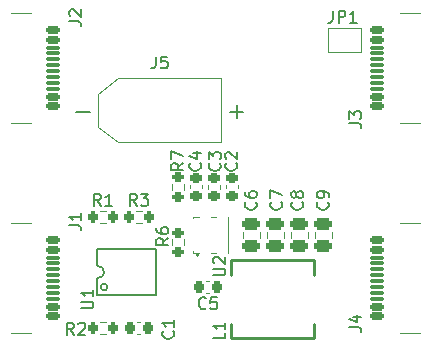
<source format=gbr>
%TF.GenerationSoftware,KiCad,Pcbnew,7.0.10*%
%TF.CreationDate,2024-02-21T00:47:17-06:00*%
%TF.ProjectId,Power-Module,506f7765-722d-44d6-9f64-756c652e6b69,rev?*%
%TF.SameCoordinates,Original*%
%TF.FileFunction,Legend,Top*%
%TF.FilePolarity,Positive*%
%FSLAX46Y46*%
G04 Gerber Fmt 4.6, Leading zero omitted, Abs format (unit mm)*
G04 Created by KiCad (PCBNEW 7.0.10) date 2024-02-21 00:47:17*
%MOMM*%
%LPD*%
G01*
G04 APERTURE LIST*
G04 Aperture macros list*
%AMRoundRect*
0 Rectangle with rounded corners*
0 $1 Rounding radius*
0 $2 $3 $4 $5 $6 $7 $8 $9 X,Y pos of 4 corners*
0 Add a 4 corners polygon primitive as box body*
4,1,4,$2,$3,$4,$5,$6,$7,$8,$9,$2,$3,0*
0 Add four circle primitives for the rounded corners*
1,1,$1+$1,$2,$3*
1,1,$1+$1,$4,$5*
1,1,$1+$1,$6,$7*
1,1,$1+$1,$8,$9*
0 Add four rect primitives between the rounded corners*
20,1,$1+$1,$2,$3,$4,$5,0*
20,1,$1+$1,$4,$5,$6,$7,0*
20,1,$1+$1,$6,$7,$8,$9,0*
20,1,$1+$1,$8,$9,$2,$3,0*%
%AMFreePoly0*
4,1,7,1.730000,-0.250000,0.800000,-0.250000,0.800000,-0.550000,-0.220000,-0.550000,-0.220000,0.150000,1.730000,0.150000,1.730000,-0.250000,1.730000,-0.250000,$1*%
%AMFreePoly1*
4,1,9,0.465000,0.195000,0.465000,-0.045000,0.165000,-0.345000,-0.325000,-0.345000,-0.635000,-0.045000,-0.635000,0.195000,-0.325000,0.505000,0.165000,0.505000,0.465000,0.195000,0.465000,0.195000,$1*%
%AMFreePoly2*
4,1,7,0.370000,0.275000,1.300000,0.275000,1.300000,-0.175000,-0.650000,-0.175000,-0.650000,0.575000,0.370000,0.575000,0.370000,0.275000,0.370000,0.275000,$1*%
G04 Aperture macros list end*
%ADD10C,0.150000*%
%ADD11C,0.120000*%
%ADD12C,0.250000*%
%ADD13C,0.100000*%
%ADD14C,4.000000*%
%ADD15R,3.800000X3.800000*%
%ADD16R,3.300000X2.100000*%
%ADD17R,0.600000X1.500000*%
%ADD18C,3.200000*%
%ADD19R,1.000000X1.500000*%
%ADD20RoundRect,0.200000X0.200000X0.275000X-0.200000X0.275000X-0.200000X-0.275000X0.200000X-0.275000X0*%
%ADD21R,2.400000X3.200000*%
%ADD22RoundRect,0.250000X0.475000X-0.250000X0.475000X0.250000X-0.475000X0.250000X-0.475000X-0.250000X0*%
%ADD23RoundRect,0.225000X-0.225000X-0.250000X0.225000X-0.250000X0.225000X0.250000X-0.225000X0.250000X0*%
%ADD24RoundRect,0.225000X0.250000X-0.225000X0.250000X0.225000X-0.250000X0.225000X-0.250000X-0.225000X0*%
%ADD25O,1.800000X1.000000*%
%ADD26O,2.100000X1.000000*%
%ADD27RoundRect,0.150000X-0.425000X0.150000X-0.425000X-0.150000X0.425000X-0.150000X0.425000X0.150000X0*%
%ADD28RoundRect,0.075000X-0.500000X0.075000X-0.500000X-0.075000X0.500000X-0.075000X0.500000X0.075000X0*%
%ADD29C,0.650000*%
%ADD30FreePoly0,90.000000*%
%ADD31FreePoly1,90.000000*%
%ADD32FreePoly2,90.000000*%
%ADD33R,0.750000X1.100000*%
%ADD34R,0.260000X1.100000*%
%ADD35R,0.600000X0.250000*%
%ADD36RoundRect,0.150000X0.425000X-0.150000X0.425000X0.150000X-0.425000X0.150000X-0.425000X-0.150000X0*%
%ADD37RoundRect,0.075000X0.500000X-0.075000X0.500000X0.075000X-0.500000X0.075000X-0.500000X-0.075000X0*%
%ADD38RoundRect,0.200000X0.275000X-0.200000X0.275000X0.200000X-0.275000X0.200000X-0.275000X-0.200000X0*%
%ADD39RoundRect,0.200000X-0.200000X-0.275000X0.200000X-0.275000X0.200000X0.275000X-0.200000X0.275000X0*%
G04 APERTURE END LIST*
D10*
X141398666Y-80290819D02*
X141398666Y-81005104D01*
X141398666Y-81005104D02*
X141351047Y-81147961D01*
X141351047Y-81147961D02*
X141255809Y-81243200D01*
X141255809Y-81243200D02*
X141112952Y-81290819D01*
X141112952Y-81290819D02*
X141017714Y-81290819D01*
X142351047Y-80290819D02*
X141874857Y-80290819D01*
X141874857Y-80290819D02*
X141827238Y-80767009D01*
X141827238Y-80767009D02*
X141874857Y-80719390D01*
X141874857Y-80719390D02*
X141970095Y-80671771D01*
X141970095Y-80671771D02*
X142208190Y-80671771D01*
X142208190Y-80671771D02*
X142303428Y-80719390D01*
X142303428Y-80719390D02*
X142351047Y-80767009D01*
X142351047Y-80767009D02*
X142398666Y-80862247D01*
X142398666Y-80862247D02*
X142398666Y-81100342D01*
X142398666Y-81100342D02*
X142351047Y-81195580D01*
X142351047Y-81195580D02*
X142303428Y-81243200D01*
X142303428Y-81243200D02*
X142208190Y-81290819D01*
X142208190Y-81290819D02*
X141970095Y-81290819D01*
X141970095Y-81290819D02*
X141874857Y-81243200D01*
X141874857Y-81243200D02*
X141827238Y-81195580D01*
X134660571Y-84950700D02*
X135803429Y-84950700D01*
X147660571Y-84950700D02*
X148803429Y-84950700D01*
X148232000Y-85522128D02*
X148232000Y-84379271D01*
X135090819Y-101599904D02*
X135900342Y-101599904D01*
X135900342Y-101599904D02*
X135995580Y-101552285D01*
X135995580Y-101552285D02*
X136043200Y-101504666D01*
X136043200Y-101504666D02*
X136090819Y-101409428D01*
X136090819Y-101409428D02*
X136090819Y-101218952D01*
X136090819Y-101218952D02*
X136043200Y-101123714D01*
X136043200Y-101123714D02*
X135995580Y-101076095D01*
X135995580Y-101076095D02*
X135900342Y-101028476D01*
X135900342Y-101028476D02*
X135090819Y-101028476D01*
X136090819Y-100028476D02*
X136090819Y-100599904D01*
X136090819Y-100314190D02*
X135090819Y-100314190D01*
X135090819Y-100314190D02*
X135233676Y-100409428D01*
X135233676Y-100409428D02*
X135328914Y-100504666D01*
X135328914Y-100504666D02*
X135376533Y-100599904D01*
X156392666Y-76416819D02*
X156392666Y-77131104D01*
X156392666Y-77131104D02*
X156345047Y-77273961D01*
X156345047Y-77273961D02*
X156249809Y-77369200D01*
X156249809Y-77369200D02*
X156106952Y-77416819D01*
X156106952Y-77416819D02*
X156011714Y-77416819D01*
X156868857Y-77416819D02*
X156868857Y-76416819D01*
X156868857Y-76416819D02*
X157249809Y-76416819D01*
X157249809Y-76416819D02*
X157345047Y-76464438D01*
X157345047Y-76464438D02*
X157392666Y-76512057D01*
X157392666Y-76512057D02*
X157440285Y-76607295D01*
X157440285Y-76607295D02*
X157440285Y-76750152D01*
X157440285Y-76750152D02*
X157392666Y-76845390D01*
X157392666Y-76845390D02*
X157345047Y-76893009D01*
X157345047Y-76893009D02*
X157249809Y-76940628D01*
X157249809Y-76940628D02*
X156868857Y-76940628D01*
X158392666Y-77416819D02*
X157821238Y-77416819D01*
X158106952Y-77416819D02*
X158106952Y-76416819D01*
X158106952Y-76416819D02*
X158011714Y-76559676D01*
X158011714Y-76559676D02*
X157916476Y-76654914D01*
X157916476Y-76654914D02*
X157821238Y-76702533D01*
X136739333Y-92910819D02*
X136406000Y-92434628D01*
X136167905Y-92910819D02*
X136167905Y-91910819D01*
X136167905Y-91910819D02*
X136548857Y-91910819D01*
X136548857Y-91910819D02*
X136644095Y-91958438D01*
X136644095Y-91958438D02*
X136691714Y-92006057D01*
X136691714Y-92006057D02*
X136739333Y-92101295D01*
X136739333Y-92101295D02*
X136739333Y-92244152D01*
X136739333Y-92244152D02*
X136691714Y-92339390D01*
X136691714Y-92339390D02*
X136644095Y-92387009D01*
X136644095Y-92387009D02*
X136548857Y-92434628D01*
X136548857Y-92434628D02*
X136167905Y-92434628D01*
X137691714Y-92910819D02*
X137120286Y-92910819D01*
X137406000Y-92910819D02*
X137406000Y-91910819D01*
X137406000Y-91910819D02*
X137310762Y-92053676D01*
X137310762Y-92053676D02*
X137215524Y-92148914D01*
X137215524Y-92148914D02*
X137120286Y-92196533D01*
X147266819Y-103671666D02*
X147266819Y-104147856D01*
X147266819Y-104147856D02*
X146266819Y-104147856D01*
X147266819Y-102814523D02*
X147266819Y-103385951D01*
X147266819Y-103100237D02*
X146266819Y-103100237D01*
X146266819Y-103100237D02*
X146409676Y-103195475D01*
X146409676Y-103195475D02*
X146504914Y-103290713D01*
X146504914Y-103290713D02*
X146552533Y-103385951D01*
X151997580Y-92622666D02*
X152045200Y-92670285D01*
X152045200Y-92670285D02*
X152092819Y-92813142D01*
X152092819Y-92813142D02*
X152092819Y-92908380D01*
X152092819Y-92908380D02*
X152045200Y-93051237D01*
X152045200Y-93051237D02*
X151949961Y-93146475D01*
X151949961Y-93146475D02*
X151854723Y-93194094D01*
X151854723Y-93194094D02*
X151664247Y-93241713D01*
X151664247Y-93241713D02*
X151521390Y-93241713D01*
X151521390Y-93241713D02*
X151330914Y-93194094D01*
X151330914Y-93194094D02*
X151235676Y-93146475D01*
X151235676Y-93146475D02*
X151140438Y-93051237D01*
X151140438Y-93051237D02*
X151092819Y-92908380D01*
X151092819Y-92908380D02*
X151092819Y-92813142D01*
X151092819Y-92813142D02*
X151140438Y-92670285D01*
X151140438Y-92670285D02*
X151188057Y-92622666D01*
X151092819Y-92289332D02*
X151092819Y-91622666D01*
X151092819Y-91622666D02*
X152092819Y-92051237D01*
X145629333Y-101578580D02*
X145581714Y-101626200D01*
X145581714Y-101626200D02*
X145438857Y-101673819D01*
X145438857Y-101673819D02*
X145343619Y-101673819D01*
X145343619Y-101673819D02*
X145200762Y-101626200D01*
X145200762Y-101626200D02*
X145105524Y-101530961D01*
X145105524Y-101530961D02*
X145057905Y-101435723D01*
X145057905Y-101435723D02*
X145010286Y-101245247D01*
X145010286Y-101245247D02*
X145010286Y-101102390D01*
X145010286Y-101102390D02*
X145057905Y-100911914D01*
X145057905Y-100911914D02*
X145105524Y-100816676D01*
X145105524Y-100816676D02*
X145200762Y-100721438D01*
X145200762Y-100721438D02*
X145343619Y-100673819D01*
X145343619Y-100673819D02*
X145438857Y-100673819D01*
X145438857Y-100673819D02*
X145581714Y-100721438D01*
X145581714Y-100721438D02*
X145629333Y-100769057D01*
X146534095Y-100673819D02*
X146057905Y-100673819D01*
X146057905Y-100673819D02*
X146010286Y-101150009D01*
X146010286Y-101150009D02*
X146057905Y-101102390D01*
X146057905Y-101102390D02*
X146153143Y-101054771D01*
X146153143Y-101054771D02*
X146391238Y-101054771D01*
X146391238Y-101054771D02*
X146486476Y-101102390D01*
X146486476Y-101102390D02*
X146534095Y-101150009D01*
X146534095Y-101150009D02*
X146581714Y-101245247D01*
X146581714Y-101245247D02*
X146581714Y-101483342D01*
X146581714Y-101483342D02*
X146534095Y-101578580D01*
X146534095Y-101578580D02*
X146486476Y-101626200D01*
X146486476Y-101626200D02*
X146391238Y-101673819D01*
X146391238Y-101673819D02*
X146153143Y-101673819D01*
X146153143Y-101673819D02*
X146057905Y-101626200D01*
X146057905Y-101626200D02*
X146010286Y-101578580D01*
X148187580Y-89320666D02*
X148235200Y-89368285D01*
X148235200Y-89368285D02*
X148282819Y-89511142D01*
X148282819Y-89511142D02*
X148282819Y-89606380D01*
X148282819Y-89606380D02*
X148235200Y-89749237D01*
X148235200Y-89749237D02*
X148139961Y-89844475D01*
X148139961Y-89844475D02*
X148044723Y-89892094D01*
X148044723Y-89892094D02*
X147854247Y-89939713D01*
X147854247Y-89939713D02*
X147711390Y-89939713D01*
X147711390Y-89939713D02*
X147520914Y-89892094D01*
X147520914Y-89892094D02*
X147425676Y-89844475D01*
X147425676Y-89844475D02*
X147330438Y-89749237D01*
X147330438Y-89749237D02*
X147282819Y-89606380D01*
X147282819Y-89606380D02*
X147282819Y-89511142D01*
X147282819Y-89511142D02*
X147330438Y-89368285D01*
X147330438Y-89368285D02*
X147378057Y-89320666D01*
X147378057Y-88939713D02*
X147330438Y-88892094D01*
X147330438Y-88892094D02*
X147282819Y-88796856D01*
X147282819Y-88796856D02*
X147282819Y-88558761D01*
X147282819Y-88558761D02*
X147330438Y-88463523D01*
X147330438Y-88463523D02*
X147378057Y-88415904D01*
X147378057Y-88415904D02*
X147473295Y-88368285D01*
X147473295Y-88368285D02*
X147568533Y-88368285D01*
X147568533Y-88368285D02*
X147711390Y-88415904D01*
X147711390Y-88415904D02*
X148282819Y-88987332D01*
X148282819Y-88987332D02*
X148282819Y-88368285D01*
X134074819Y-77295333D02*
X134789104Y-77295333D01*
X134789104Y-77295333D02*
X134931961Y-77342952D01*
X134931961Y-77342952D02*
X135027200Y-77438190D01*
X135027200Y-77438190D02*
X135074819Y-77581047D01*
X135074819Y-77581047D02*
X135074819Y-77676285D01*
X134170057Y-76866761D02*
X134122438Y-76819142D01*
X134122438Y-76819142D02*
X134074819Y-76723904D01*
X134074819Y-76723904D02*
X134074819Y-76485809D01*
X134074819Y-76485809D02*
X134122438Y-76390571D01*
X134122438Y-76390571D02*
X134170057Y-76342952D01*
X134170057Y-76342952D02*
X134265295Y-76295333D01*
X134265295Y-76295333D02*
X134360533Y-76295333D01*
X134360533Y-76295333D02*
X134503390Y-76342952D01*
X134503390Y-76342952D02*
X135074819Y-76914380D01*
X135074819Y-76914380D02*
X135074819Y-76295333D01*
X146266819Y-98805904D02*
X147076342Y-98805904D01*
X147076342Y-98805904D02*
X147171580Y-98758285D01*
X147171580Y-98758285D02*
X147219200Y-98710666D01*
X147219200Y-98710666D02*
X147266819Y-98615428D01*
X147266819Y-98615428D02*
X147266819Y-98424952D01*
X147266819Y-98424952D02*
X147219200Y-98329714D01*
X147219200Y-98329714D02*
X147171580Y-98282095D01*
X147171580Y-98282095D02*
X147076342Y-98234476D01*
X147076342Y-98234476D02*
X146266819Y-98234476D01*
X146362057Y-97805904D02*
X146314438Y-97758285D01*
X146314438Y-97758285D02*
X146266819Y-97663047D01*
X146266819Y-97663047D02*
X146266819Y-97424952D01*
X146266819Y-97424952D02*
X146314438Y-97329714D01*
X146314438Y-97329714D02*
X146362057Y-97282095D01*
X146362057Y-97282095D02*
X146457295Y-97234476D01*
X146457295Y-97234476D02*
X146552533Y-97234476D01*
X146552533Y-97234476D02*
X146695390Y-97282095D01*
X146695390Y-97282095D02*
X147266819Y-97853523D01*
X147266819Y-97853523D02*
X147266819Y-97234476D01*
X157784819Y-85931333D02*
X158499104Y-85931333D01*
X158499104Y-85931333D02*
X158641961Y-85978952D01*
X158641961Y-85978952D02*
X158737200Y-86074190D01*
X158737200Y-86074190D02*
X158784819Y-86217047D01*
X158784819Y-86217047D02*
X158784819Y-86312285D01*
X157784819Y-85550380D02*
X157784819Y-84931333D01*
X157784819Y-84931333D02*
X158165771Y-85264666D01*
X158165771Y-85264666D02*
X158165771Y-85121809D01*
X158165771Y-85121809D02*
X158213390Y-85026571D01*
X158213390Y-85026571D02*
X158261009Y-84978952D01*
X158261009Y-84978952D02*
X158356247Y-84931333D01*
X158356247Y-84931333D02*
X158594342Y-84931333D01*
X158594342Y-84931333D02*
X158689580Y-84978952D01*
X158689580Y-84978952D02*
X158737200Y-85026571D01*
X158737200Y-85026571D02*
X158784819Y-85121809D01*
X158784819Y-85121809D02*
X158784819Y-85407523D01*
X158784819Y-85407523D02*
X158737200Y-85502761D01*
X158737200Y-85502761D02*
X158689580Y-85550380D01*
X146790580Y-89333666D02*
X146838200Y-89381285D01*
X146838200Y-89381285D02*
X146885819Y-89524142D01*
X146885819Y-89524142D02*
X146885819Y-89619380D01*
X146885819Y-89619380D02*
X146838200Y-89762237D01*
X146838200Y-89762237D02*
X146742961Y-89857475D01*
X146742961Y-89857475D02*
X146647723Y-89905094D01*
X146647723Y-89905094D02*
X146457247Y-89952713D01*
X146457247Y-89952713D02*
X146314390Y-89952713D01*
X146314390Y-89952713D02*
X146123914Y-89905094D01*
X146123914Y-89905094D02*
X146028676Y-89857475D01*
X146028676Y-89857475D02*
X145933438Y-89762237D01*
X145933438Y-89762237D02*
X145885819Y-89619380D01*
X145885819Y-89619380D02*
X145885819Y-89524142D01*
X145885819Y-89524142D02*
X145933438Y-89381285D01*
X145933438Y-89381285D02*
X145981057Y-89333666D01*
X145885819Y-89000332D02*
X145885819Y-88381285D01*
X145885819Y-88381285D02*
X146266771Y-88714618D01*
X146266771Y-88714618D02*
X146266771Y-88571761D01*
X146266771Y-88571761D02*
X146314390Y-88476523D01*
X146314390Y-88476523D02*
X146362009Y-88428904D01*
X146362009Y-88428904D02*
X146457247Y-88381285D01*
X146457247Y-88381285D02*
X146695342Y-88381285D01*
X146695342Y-88381285D02*
X146790580Y-88428904D01*
X146790580Y-88428904D02*
X146838200Y-88476523D01*
X146838200Y-88476523D02*
X146885819Y-88571761D01*
X146885819Y-88571761D02*
X146885819Y-88857475D01*
X146885819Y-88857475D02*
X146838200Y-88952713D01*
X146838200Y-88952713D02*
X146790580Y-89000332D01*
X153775580Y-92622666D02*
X153823200Y-92670285D01*
X153823200Y-92670285D02*
X153870819Y-92813142D01*
X153870819Y-92813142D02*
X153870819Y-92908380D01*
X153870819Y-92908380D02*
X153823200Y-93051237D01*
X153823200Y-93051237D02*
X153727961Y-93146475D01*
X153727961Y-93146475D02*
X153632723Y-93194094D01*
X153632723Y-93194094D02*
X153442247Y-93241713D01*
X153442247Y-93241713D02*
X153299390Y-93241713D01*
X153299390Y-93241713D02*
X153108914Y-93194094D01*
X153108914Y-93194094D02*
X153013676Y-93146475D01*
X153013676Y-93146475D02*
X152918438Y-93051237D01*
X152918438Y-93051237D02*
X152870819Y-92908380D01*
X152870819Y-92908380D02*
X152870819Y-92813142D01*
X152870819Y-92813142D02*
X152918438Y-92670285D01*
X152918438Y-92670285D02*
X152966057Y-92622666D01*
X153299390Y-92051237D02*
X153251771Y-92146475D01*
X153251771Y-92146475D02*
X153204152Y-92194094D01*
X153204152Y-92194094D02*
X153108914Y-92241713D01*
X153108914Y-92241713D02*
X153061295Y-92241713D01*
X153061295Y-92241713D02*
X152966057Y-92194094D01*
X152966057Y-92194094D02*
X152918438Y-92146475D01*
X152918438Y-92146475D02*
X152870819Y-92051237D01*
X152870819Y-92051237D02*
X152870819Y-91860761D01*
X152870819Y-91860761D02*
X152918438Y-91765523D01*
X152918438Y-91765523D02*
X152966057Y-91717904D01*
X152966057Y-91717904D02*
X153061295Y-91670285D01*
X153061295Y-91670285D02*
X153108914Y-91670285D01*
X153108914Y-91670285D02*
X153204152Y-91717904D01*
X153204152Y-91717904D02*
X153251771Y-91765523D01*
X153251771Y-91765523D02*
X153299390Y-91860761D01*
X153299390Y-91860761D02*
X153299390Y-92051237D01*
X153299390Y-92051237D02*
X153347009Y-92146475D01*
X153347009Y-92146475D02*
X153394628Y-92194094D01*
X153394628Y-92194094D02*
X153489866Y-92241713D01*
X153489866Y-92241713D02*
X153680342Y-92241713D01*
X153680342Y-92241713D02*
X153775580Y-92194094D01*
X153775580Y-92194094D02*
X153823200Y-92146475D01*
X153823200Y-92146475D02*
X153870819Y-92051237D01*
X153870819Y-92051237D02*
X153870819Y-91860761D01*
X153870819Y-91860761D02*
X153823200Y-91765523D01*
X153823200Y-91765523D02*
X153775580Y-91717904D01*
X153775580Y-91717904D02*
X153680342Y-91670285D01*
X153680342Y-91670285D02*
X153489866Y-91670285D01*
X153489866Y-91670285D02*
X153394628Y-91717904D01*
X153394628Y-91717904D02*
X153347009Y-91765523D01*
X153347009Y-91765523D02*
X153299390Y-91860761D01*
X143708819Y-89320666D02*
X143232628Y-89653999D01*
X143708819Y-89892094D02*
X142708819Y-89892094D01*
X142708819Y-89892094D02*
X142708819Y-89511142D01*
X142708819Y-89511142D02*
X142756438Y-89415904D01*
X142756438Y-89415904D02*
X142804057Y-89368285D01*
X142804057Y-89368285D02*
X142899295Y-89320666D01*
X142899295Y-89320666D02*
X143042152Y-89320666D01*
X143042152Y-89320666D02*
X143137390Y-89368285D01*
X143137390Y-89368285D02*
X143185009Y-89415904D01*
X143185009Y-89415904D02*
X143232628Y-89511142D01*
X143232628Y-89511142D02*
X143232628Y-89892094D01*
X142708819Y-88987332D02*
X142708819Y-88320666D01*
X142708819Y-88320666D02*
X143708819Y-88749237D01*
X157784819Y-103203333D02*
X158499104Y-103203333D01*
X158499104Y-103203333D02*
X158641961Y-103250952D01*
X158641961Y-103250952D02*
X158737200Y-103346190D01*
X158737200Y-103346190D02*
X158784819Y-103489047D01*
X158784819Y-103489047D02*
X158784819Y-103584285D01*
X158118152Y-102298571D02*
X158784819Y-102298571D01*
X157737200Y-102536666D02*
X158451485Y-102774761D01*
X158451485Y-102774761D02*
X158451485Y-102155714D01*
X142440819Y-95670666D02*
X141964628Y-96003999D01*
X142440819Y-96242094D02*
X141440819Y-96242094D01*
X141440819Y-96242094D02*
X141440819Y-95861142D01*
X141440819Y-95861142D02*
X141488438Y-95765904D01*
X141488438Y-95765904D02*
X141536057Y-95718285D01*
X141536057Y-95718285D02*
X141631295Y-95670666D01*
X141631295Y-95670666D02*
X141774152Y-95670666D01*
X141774152Y-95670666D02*
X141869390Y-95718285D01*
X141869390Y-95718285D02*
X141917009Y-95765904D01*
X141917009Y-95765904D02*
X141964628Y-95861142D01*
X141964628Y-95861142D02*
X141964628Y-96242094D01*
X141440819Y-94813523D02*
X141440819Y-95003999D01*
X141440819Y-95003999D02*
X141488438Y-95099237D01*
X141488438Y-95099237D02*
X141536057Y-95146856D01*
X141536057Y-95146856D02*
X141678914Y-95242094D01*
X141678914Y-95242094D02*
X141869390Y-95289713D01*
X141869390Y-95289713D02*
X142250342Y-95289713D01*
X142250342Y-95289713D02*
X142345580Y-95242094D01*
X142345580Y-95242094D02*
X142393200Y-95194475D01*
X142393200Y-95194475D02*
X142440819Y-95099237D01*
X142440819Y-95099237D02*
X142440819Y-94908761D01*
X142440819Y-94908761D02*
X142393200Y-94813523D01*
X142393200Y-94813523D02*
X142345580Y-94765904D01*
X142345580Y-94765904D02*
X142250342Y-94718285D01*
X142250342Y-94718285D02*
X142012247Y-94718285D01*
X142012247Y-94718285D02*
X141917009Y-94765904D01*
X141917009Y-94765904D02*
X141869390Y-94813523D01*
X141869390Y-94813523D02*
X141821771Y-94908761D01*
X141821771Y-94908761D02*
X141821771Y-95099237D01*
X141821771Y-95099237D02*
X141869390Y-95194475D01*
X141869390Y-95194475D02*
X141917009Y-95242094D01*
X141917009Y-95242094D02*
X142012247Y-95289713D01*
X145139580Y-89320666D02*
X145187200Y-89368285D01*
X145187200Y-89368285D02*
X145234819Y-89511142D01*
X145234819Y-89511142D02*
X145234819Y-89606380D01*
X145234819Y-89606380D02*
X145187200Y-89749237D01*
X145187200Y-89749237D02*
X145091961Y-89844475D01*
X145091961Y-89844475D02*
X144996723Y-89892094D01*
X144996723Y-89892094D02*
X144806247Y-89939713D01*
X144806247Y-89939713D02*
X144663390Y-89939713D01*
X144663390Y-89939713D02*
X144472914Y-89892094D01*
X144472914Y-89892094D02*
X144377676Y-89844475D01*
X144377676Y-89844475D02*
X144282438Y-89749237D01*
X144282438Y-89749237D02*
X144234819Y-89606380D01*
X144234819Y-89606380D02*
X144234819Y-89511142D01*
X144234819Y-89511142D02*
X144282438Y-89368285D01*
X144282438Y-89368285D02*
X144330057Y-89320666D01*
X144568152Y-88463523D02*
X145234819Y-88463523D01*
X144187200Y-88701618D02*
X144901485Y-88939713D01*
X144901485Y-88939713D02*
X144901485Y-88320666D01*
X155934580Y-92622666D02*
X155982200Y-92670285D01*
X155982200Y-92670285D02*
X156029819Y-92813142D01*
X156029819Y-92813142D02*
X156029819Y-92908380D01*
X156029819Y-92908380D02*
X155982200Y-93051237D01*
X155982200Y-93051237D02*
X155886961Y-93146475D01*
X155886961Y-93146475D02*
X155791723Y-93194094D01*
X155791723Y-93194094D02*
X155601247Y-93241713D01*
X155601247Y-93241713D02*
X155458390Y-93241713D01*
X155458390Y-93241713D02*
X155267914Y-93194094D01*
X155267914Y-93194094D02*
X155172676Y-93146475D01*
X155172676Y-93146475D02*
X155077438Y-93051237D01*
X155077438Y-93051237D02*
X155029819Y-92908380D01*
X155029819Y-92908380D02*
X155029819Y-92813142D01*
X155029819Y-92813142D02*
X155077438Y-92670285D01*
X155077438Y-92670285D02*
X155125057Y-92622666D01*
X156029819Y-92146475D02*
X156029819Y-91955999D01*
X156029819Y-91955999D02*
X155982200Y-91860761D01*
X155982200Y-91860761D02*
X155934580Y-91813142D01*
X155934580Y-91813142D02*
X155791723Y-91717904D01*
X155791723Y-91717904D02*
X155601247Y-91670285D01*
X155601247Y-91670285D02*
X155220295Y-91670285D01*
X155220295Y-91670285D02*
X155125057Y-91717904D01*
X155125057Y-91717904D02*
X155077438Y-91765523D01*
X155077438Y-91765523D02*
X155029819Y-91860761D01*
X155029819Y-91860761D02*
X155029819Y-92051237D01*
X155029819Y-92051237D02*
X155077438Y-92146475D01*
X155077438Y-92146475D02*
X155125057Y-92194094D01*
X155125057Y-92194094D02*
X155220295Y-92241713D01*
X155220295Y-92241713D02*
X155458390Y-92241713D01*
X155458390Y-92241713D02*
X155553628Y-92194094D01*
X155553628Y-92194094D02*
X155601247Y-92146475D01*
X155601247Y-92146475D02*
X155648866Y-92051237D01*
X155648866Y-92051237D02*
X155648866Y-91860761D01*
X155648866Y-91860761D02*
X155601247Y-91765523D01*
X155601247Y-91765523D02*
X155553628Y-91717904D01*
X155553628Y-91717904D02*
X155458390Y-91670285D01*
X139787333Y-92910819D02*
X139454000Y-92434628D01*
X139215905Y-92910819D02*
X139215905Y-91910819D01*
X139215905Y-91910819D02*
X139596857Y-91910819D01*
X139596857Y-91910819D02*
X139692095Y-91958438D01*
X139692095Y-91958438D02*
X139739714Y-92006057D01*
X139739714Y-92006057D02*
X139787333Y-92101295D01*
X139787333Y-92101295D02*
X139787333Y-92244152D01*
X139787333Y-92244152D02*
X139739714Y-92339390D01*
X139739714Y-92339390D02*
X139692095Y-92387009D01*
X139692095Y-92387009D02*
X139596857Y-92434628D01*
X139596857Y-92434628D02*
X139215905Y-92434628D01*
X140120667Y-91910819D02*
X140739714Y-91910819D01*
X140739714Y-91910819D02*
X140406381Y-92291771D01*
X140406381Y-92291771D02*
X140549238Y-92291771D01*
X140549238Y-92291771D02*
X140644476Y-92339390D01*
X140644476Y-92339390D02*
X140692095Y-92387009D01*
X140692095Y-92387009D02*
X140739714Y-92482247D01*
X140739714Y-92482247D02*
X140739714Y-92720342D01*
X140739714Y-92720342D02*
X140692095Y-92815580D01*
X140692095Y-92815580D02*
X140644476Y-92863200D01*
X140644476Y-92863200D02*
X140549238Y-92910819D01*
X140549238Y-92910819D02*
X140263524Y-92910819D01*
X140263524Y-92910819D02*
X140168286Y-92863200D01*
X140168286Y-92863200D02*
X140120667Y-92815580D01*
X149838580Y-92622666D02*
X149886200Y-92670285D01*
X149886200Y-92670285D02*
X149933819Y-92813142D01*
X149933819Y-92813142D02*
X149933819Y-92908380D01*
X149933819Y-92908380D02*
X149886200Y-93051237D01*
X149886200Y-93051237D02*
X149790961Y-93146475D01*
X149790961Y-93146475D02*
X149695723Y-93194094D01*
X149695723Y-93194094D02*
X149505247Y-93241713D01*
X149505247Y-93241713D02*
X149362390Y-93241713D01*
X149362390Y-93241713D02*
X149171914Y-93194094D01*
X149171914Y-93194094D02*
X149076676Y-93146475D01*
X149076676Y-93146475D02*
X148981438Y-93051237D01*
X148981438Y-93051237D02*
X148933819Y-92908380D01*
X148933819Y-92908380D02*
X148933819Y-92813142D01*
X148933819Y-92813142D02*
X148981438Y-92670285D01*
X148981438Y-92670285D02*
X149029057Y-92622666D01*
X148933819Y-91765523D02*
X148933819Y-91955999D01*
X148933819Y-91955999D02*
X148981438Y-92051237D01*
X148981438Y-92051237D02*
X149029057Y-92098856D01*
X149029057Y-92098856D02*
X149171914Y-92194094D01*
X149171914Y-92194094D02*
X149362390Y-92241713D01*
X149362390Y-92241713D02*
X149743342Y-92241713D01*
X149743342Y-92241713D02*
X149838580Y-92194094D01*
X149838580Y-92194094D02*
X149886200Y-92146475D01*
X149886200Y-92146475D02*
X149933819Y-92051237D01*
X149933819Y-92051237D02*
X149933819Y-91860761D01*
X149933819Y-91860761D02*
X149886200Y-91765523D01*
X149886200Y-91765523D02*
X149838580Y-91717904D01*
X149838580Y-91717904D02*
X149743342Y-91670285D01*
X149743342Y-91670285D02*
X149505247Y-91670285D01*
X149505247Y-91670285D02*
X149410009Y-91717904D01*
X149410009Y-91717904D02*
X149362390Y-91765523D01*
X149362390Y-91765523D02*
X149314771Y-91860761D01*
X149314771Y-91860761D02*
X149314771Y-92051237D01*
X149314771Y-92051237D02*
X149362390Y-92146475D01*
X149362390Y-92146475D02*
X149410009Y-92194094D01*
X149410009Y-92194094D02*
X149505247Y-92241713D01*
X134074819Y-94567333D02*
X134789104Y-94567333D01*
X134789104Y-94567333D02*
X134931961Y-94614952D01*
X134931961Y-94614952D02*
X135027200Y-94710190D01*
X135027200Y-94710190D02*
X135074819Y-94853047D01*
X135074819Y-94853047D02*
X135074819Y-94948285D01*
X135074819Y-93567333D02*
X135074819Y-94138761D01*
X135074819Y-93853047D02*
X134074819Y-93853047D01*
X134074819Y-93853047D02*
X134217676Y-93948285D01*
X134217676Y-93948285D02*
X134312914Y-94043523D01*
X134312914Y-94043523D02*
X134360533Y-94138761D01*
X134453333Y-103832819D02*
X134120000Y-103356628D01*
X133881905Y-103832819D02*
X133881905Y-102832819D01*
X133881905Y-102832819D02*
X134262857Y-102832819D01*
X134262857Y-102832819D02*
X134358095Y-102880438D01*
X134358095Y-102880438D02*
X134405714Y-102928057D01*
X134405714Y-102928057D02*
X134453333Y-103023295D01*
X134453333Y-103023295D02*
X134453333Y-103166152D01*
X134453333Y-103166152D02*
X134405714Y-103261390D01*
X134405714Y-103261390D02*
X134358095Y-103309009D01*
X134358095Y-103309009D02*
X134262857Y-103356628D01*
X134262857Y-103356628D02*
X133881905Y-103356628D01*
X134834286Y-102928057D02*
X134881905Y-102880438D01*
X134881905Y-102880438D02*
X134977143Y-102832819D01*
X134977143Y-102832819D02*
X135215238Y-102832819D01*
X135215238Y-102832819D02*
X135310476Y-102880438D01*
X135310476Y-102880438D02*
X135358095Y-102928057D01*
X135358095Y-102928057D02*
X135405714Y-103023295D01*
X135405714Y-103023295D02*
X135405714Y-103118533D01*
X135405714Y-103118533D02*
X135358095Y-103261390D01*
X135358095Y-103261390D02*
X134786667Y-103832819D01*
X134786667Y-103832819D02*
X135405714Y-103832819D01*
X142853580Y-103544666D02*
X142901200Y-103592285D01*
X142901200Y-103592285D02*
X142948819Y-103735142D01*
X142948819Y-103735142D02*
X142948819Y-103830380D01*
X142948819Y-103830380D02*
X142901200Y-103973237D01*
X142901200Y-103973237D02*
X142805961Y-104068475D01*
X142805961Y-104068475D02*
X142710723Y-104116094D01*
X142710723Y-104116094D02*
X142520247Y-104163713D01*
X142520247Y-104163713D02*
X142377390Y-104163713D01*
X142377390Y-104163713D02*
X142186914Y-104116094D01*
X142186914Y-104116094D02*
X142091676Y-104068475D01*
X142091676Y-104068475D02*
X141996438Y-103973237D01*
X141996438Y-103973237D02*
X141948819Y-103830380D01*
X141948819Y-103830380D02*
X141948819Y-103735142D01*
X141948819Y-103735142D02*
X141996438Y-103592285D01*
X141996438Y-103592285D02*
X142044057Y-103544666D01*
X142948819Y-102592285D02*
X142948819Y-103163713D01*
X142948819Y-102877999D02*
X141948819Y-102877999D01*
X141948819Y-102877999D02*
X142091676Y-102973237D01*
X142091676Y-102973237D02*
X142186914Y-103068475D01*
X142186914Y-103068475D02*
X142234533Y-103163713D01*
D11*
%TO.C,J5*%
X138222000Y-82126000D02*
X146942000Y-82126000D01*
X138222000Y-87546000D02*
X146942000Y-87546000D01*
X146942000Y-82126000D02*
X146942000Y-87546000D01*
X136522000Y-83426000D02*
X136522000Y-86246000D01*
X136522000Y-86246000D02*
X138222000Y-87546000D01*
X136522000Y-83426000D02*
X138222000Y-82126000D01*
D10*
%TO.C,U1*%
X137298000Y-99812000D02*
G75*
G03*
X136738000Y-99812000I-280000J0D01*
G01*
X136738000Y-99812000D02*
G75*
G03*
X137298000Y-99812000I280000J0D01*
G01*
X136538000Y-99032000D02*
G75*
G03*
X137018000Y-98552000I-1J480001D01*
G01*
X137017684Y-98555770D02*
G75*
G03*
X136478000Y-98012000I-499684J43770D01*
G01*
X141438000Y-100502000D02*
X141438000Y-96602000D01*
X136478000Y-98012000D02*
X136438000Y-97972000D01*
X136438000Y-100502000D02*
X141438000Y-100502000D01*
X136438000Y-100502000D02*
X136438000Y-99032000D01*
X136438000Y-99032000D02*
X136538000Y-99032000D01*
X136438000Y-97972000D02*
X136438000Y-97732000D01*
X136438000Y-97732000D02*
X136438000Y-96602000D01*
X136438000Y-96602000D02*
X141438000Y-96602000D01*
D11*
%TO.C,JP1*%
X158753000Y-79867000D02*
X155953000Y-79867000D01*
X155953000Y-79867000D02*
X155953000Y-77867000D01*
X155953000Y-77867000D02*
X158753000Y-77867000D01*
X158753000Y-77867000D02*
X158753000Y-79867000D01*
%TO.C,R1*%
X137143258Y-93330500D02*
X136668742Y-93330500D01*
X137143258Y-94375500D02*
X136668742Y-94375500D01*
D12*
%TO.C,L1*%
X147757000Y-97538000D02*
X154737000Y-97538000D01*
X147757000Y-98748000D02*
X147757000Y-97538000D01*
X147757000Y-104138000D02*
X147757000Y-102918000D01*
X147767000Y-104138000D02*
X147757000Y-104138000D01*
X154737000Y-97538000D02*
X154757000Y-97558000D01*
X154757000Y-97538000D02*
X154757000Y-98748000D01*
X154757000Y-102918000D02*
X154757000Y-104138000D01*
X154757000Y-104138000D02*
X147767000Y-104138000D01*
D11*
%TO.C,C7*%
X150776000Y-95638252D02*
X150776000Y-95115748D01*
X152246000Y-95638252D02*
X152246000Y-95115748D01*
%TO.C,C5*%
X145655420Y-100332000D02*
X145936580Y-100332000D01*
X145655420Y-99312000D02*
X145936580Y-99312000D01*
%TO.C,C2*%
X147318000Y-91453580D02*
X147318000Y-91172420D01*
X148338000Y-91453580D02*
X148338000Y-91172420D01*
%TO.C,J2*%
X129132000Y-85950000D02*
X130832000Y-85950000D01*
X129132000Y-76610000D02*
X130832000Y-76610000D01*
D13*
%TO.C,U2*%
X144516000Y-96884000D02*
X144516000Y-96794000D01*
X145036000Y-96884000D02*
X144516000Y-96884000D01*
X146486000Y-96884000D02*
X146046000Y-96884000D01*
X144516000Y-93984000D02*
X144516000Y-93884000D01*
X144516000Y-93884000D02*
X145056000Y-93884000D01*
X146076000Y-93884000D02*
X146516000Y-93884000D01*
X147516000Y-93884000D02*
X147516000Y-96884000D01*
X145016000Y-97094000D02*
G75*
G03*
X144816000Y-97094000I-100000J0D01*
G01*
X144816000Y-97094000D02*
G75*
G03*
X145016000Y-97094000I100000J0D01*
G01*
D11*
%TO.C,J3*%
X163730000Y-85950000D02*
X162030000Y-85950000D01*
X163730000Y-76610000D02*
X162030000Y-76610000D01*
%TO.C,C3*%
X145794000Y-91466580D02*
X145794000Y-91185420D01*
X146814000Y-91466580D02*
X146814000Y-91185420D01*
%TO.C,C8*%
X152808000Y-95638252D02*
X152808000Y-95115748D01*
X154278000Y-95638252D02*
X154278000Y-95115748D01*
%TO.C,R7*%
X143778500Y-91550258D02*
X143778500Y-91075742D01*
X142733500Y-91550258D02*
X142733500Y-91075742D01*
%TO.C,J4*%
X163730000Y-103730000D02*
X162030000Y-103730000D01*
X163730000Y-94390000D02*
X162030000Y-94390000D01*
%TO.C,R6*%
X142733500Y-96249258D02*
X142733500Y-95774742D01*
X143778500Y-96249258D02*
X143778500Y-95774742D01*
%TO.C,C4*%
X144270000Y-91453580D02*
X144270000Y-91172420D01*
X145290000Y-91453580D02*
X145290000Y-91172420D01*
%TO.C,C9*%
X154840000Y-95638252D02*
X154840000Y-95115748D01*
X156310000Y-95638252D02*
X156310000Y-95115748D01*
%TO.C,R3*%
X140191258Y-94375500D02*
X139716742Y-94375500D01*
X140191258Y-93330500D02*
X139716742Y-93330500D01*
%TO.C,C6*%
X148744000Y-95638252D02*
X148744000Y-95115748D01*
X150214000Y-95638252D02*
X150214000Y-95115748D01*
%TO.C,J1*%
X129132000Y-94390000D02*
X130832000Y-94390000D01*
X129132000Y-103730000D02*
X130832000Y-103730000D01*
%TO.C,R2*%
X136668742Y-102728500D02*
X137143258Y-102728500D01*
X136668742Y-103773500D02*
X137143258Y-103773500D01*
%TO.C,C1*%
X139813420Y-102741000D02*
X140094580Y-102741000D01*
X139813420Y-103761000D02*
X140094580Y-103761000D01*
%TD*%
%LPC*%
D14*
%TO.C,J5*%
X144232000Y-84836000D03*
D15*
X139232000Y-84836000D03*
%TD*%
D16*
%TO.C,U1*%
X138938000Y-98552000D03*
D17*
X136938000Y-95552000D03*
X137938000Y-95552000D03*
X138938000Y-95552000D03*
X139938000Y-95552000D03*
X140938000Y-95552000D03*
X140938000Y-101552000D03*
X139938000Y-101552000D03*
X138938000Y-101552000D03*
X137938000Y-101552000D03*
X136938000Y-101552000D03*
%TD*%
D18*
%TO.C,H2*%
X163830000Y-90170000D03*
%TD*%
%TO.C,H1*%
X129032000Y-90170000D03*
%TD*%
D19*
%TO.C,JP1*%
X156703000Y-78867000D03*
X158003000Y-78867000D03*
%TD*%
D20*
%TO.C,R1*%
X137731000Y-93853000D03*
X136081000Y-93853000D03*
%TD*%
D21*
%TO.C,L1*%
X148257000Y-100838000D03*
X154257000Y-100838000D03*
%TD*%
D22*
%TO.C,C7*%
X151511000Y-96327000D03*
X151511000Y-94427000D03*
%TD*%
D23*
%TO.C,C5*%
X146571000Y-99822000D03*
X145021000Y-99822000D03*
%TD*%
D24*
%TO.C,C2*%
X147828000Y-92088000D03*
X147828000Y-90538000D03*
%TD*%
D25*
%TO.C,J2*%
X127957000Y-85600000D03*
D26*
X132137000Y-85600000D03*
D25*
X127957000Y-76960000D03*
D26*
X132137000Y-76960000D03*
D27*
X132712000Y-78080000D03*
X132712000Y-78880000D03*
D28*
X132712000Y-79530000D03*
X132712000Y-80530000D03*
X132712000Y-82030000D03*
X132712000Y-83030000D03*
D27*
X132712000Y-83680000D03*
X132712000Y-84480000D03*
X132712000Y-84480000D03*
X132712000Y-83680000D03*
D28*
X132712000Y-82530000D03*
X132712000Y-81530000D03*
X132712000Y-81030000D03*
X132712000Y-80030000D03*
D27*
X132712000Y-78880000D03*
X132712000Y-78080000D03*
D29*
X131637000Y-84170000D03*
X131637000Y-78390000D03*
%TD*%
D30*
%TO.C,U2*%
X145346000Y-96874000D03*
D31*
X146371000Y-95299000D03*
D32*
X147221000Y-96424000D03*
D33*
X147046000Y-94234000D03*
D34*
X145796000Y-94234000D03*
X145346000Y-94234000D03*
D35*
X144646000Y-94264000D03*
X144646000Y-94714000D03*
X144646000Y-95164000D03*
X144646000Y-95614000D03*
X144646000Y-96064000D03*
X144646000Y-96514000D03*
%TD*%
D29*
%TO.C,J3*%
X161225000Y-84170000D03*
X161225000Y-78390000D03*
D36*
X160150000Y-84480000D03*
X160150000Y-83680000D03*
D37*
X160150000Y-82530000D03*
X160150000Y-81530000D03*
X160150000Y-81030000D03*
X160150000Y-80030000D03*
D36*
X160150000Y-78880000D03*
X160150000Y-78080000D03*
X160150000Y-78080000D03*
X160150000Y-78880000D03*
D37*
X160150000Y-79530000D03*
X160150000Y-80530000D03*
X160150000Y-82030000D03*
X160150000Y-83030000D03*
D36*
X160150000Y-83680000D03*
X160150000Y-84480000D03*
D26*
X160725000Y-85600000D03*
D25*
X164905000Y-85600000D03*
D26*
X160725000Y-76960000D03*
D25*
X164905000Y-76960000D03*
%TD*%
D24*
%TO.C,C3*%
X146304000Y-92101000D03*
X146304000Y-90551000D03*
%TD*%
D22*
%TO.C,C8*%
X153543000Y-96327000D03*
X153543000Y-94427000D03*
%TD*%
D38*
%TO.C,R7*%
X143256000Y-90488000D03*
X143256000Y-92138000D03*
%TD*%
D29*
%TO.C,J4*%
X161225000Y-101950000D03*
X161225000Y-96170000D03*
D36*
X160150000Y-102260000D03*
X160150000Y-101460000D03*
D37*
X160150000Y-100310000D03*
X160150000Y-99310000D03*
X160150000Y-98810000D03*
X160150000Y-97810000D03*
D36*
X160150000Y-96660000D03*
X160150000Y-95860000D03*
X160150000Y-95860000D03*
X160150000Y-96660000D03*
D37*
X160150000Y-97310000D03*
X160150000Y-98310000D03*
X160150000Y-99810000D03*
X160150000Y-100810000D03*
D36*
X160150000Y-101460000D03*
X160150000Y-102260000D03*
D26*
X160725000Y-103380000D03*
D25*
X164905000Y-103380000D03*
D26*
X160725000Y-94740000D03*
D25*
X164905000Y-94740000D03*
%TD*%
D38*
%TO.C,R6*%
X143256000Y-96837000D03*
X143256000Y-95187000D03*
%TD*%
D24*
%TO.C,C4*%
X144780000Y-92088000D03*
X144780000Y-90538000D03*
%TD*%
D22*
%TO.C,C9*%
X155575000Y-96327000D03*
X155575000Y-94427000D03*
%TD*%
D20*
%TO.C,R3*%
X140779000Y-93853000D03*
X139129000Y-93853000D03*
%TD*%
D22*
%TO.C,C6*%
X149479000Y-96327000D03*
X149479000Y-94427000D03*
%TD*%
D29*
%TO.C,J1*%
X131637000Y-96170000D03*
X131637000Y-101950000D03*
D27*
X132712000Y-95860000D03*
X132712000Y-96660000D03*
D28*
X132712000Y-97810000D03*
X132712000Y-98810000D03*
X132712000Y-99310000D03*
X132712000Y-100310000D03*
D27*
X132712000Y-101460000D03*
X132712000Y-102260000D03*
X132712000Y-102260000D03*
X132712000Y-101460000D03*
D28*
X132712000Y-100810000D03*
X132712000Y-99810000D03*
X132712000Y-98310000D03*
X132712000Y-97310000D03*
D27*
X132712000Y-96660000D03*
X132712000Y-95860000D03*
D26*
X132137000Y-94740000D03*
D25*
X127957000Y-94740000D03*
D26*
X132137000Y-103380000D03*
D25*
X127957000Y-103380000D03*
%TD*%
D39*
%TO.C,R2*%
X136081000Y-103251000D03*
X137731000Y-103251000D03*
%TD*%
D23*
%TO.C,C1*%
X139179000Y-103251000D03*
X140729000Y-103251000D03*
%TD*%
%LPD*%
M02*

</source>
